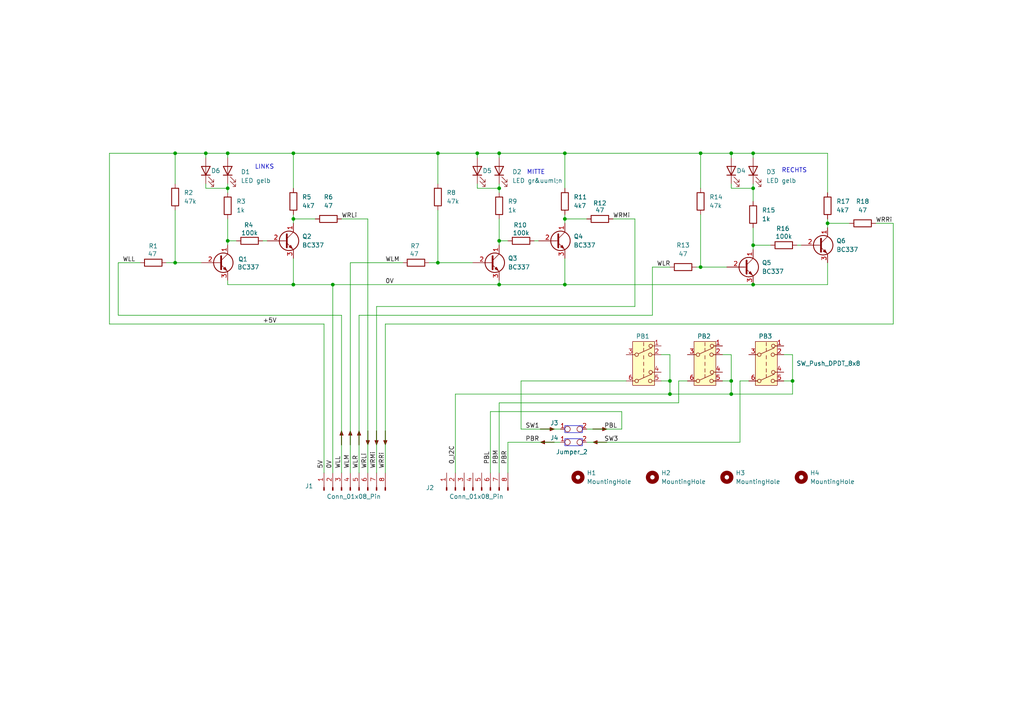
<source format=kicad_sch>
(kicad_sch (version 20231120) (generator "eeschema") (generator_version "8.0")
  (paper "A4")
  (title_block (date "2025-03-03"))
  (lib_symbols
    (symbol "Connector:Conn_01x08_Pin" (pin_names (offset 1.016) hide)
      (property "Reference" "J" (at 0 10.16 0))
      (property "Value" "Conn_01x08_Pin" (at 0 -12.7 0))
      (symbol "Conn_01x08_Pin_1_1"
        (polyline (pts (xy 1.27 -10.16) (xy 0.8636 -10.16)) (stroke (width 0.1524)))
        (polyline (pts (xy 1.27 -7.62) (xy 0.8636 -7.62)) (stroke (width 0.1524)))
        (polyline (pts (xy 1.27 -5.08) (xy 0.8636 -5.08)) (stroke (width 0.1524)))
        (polyline (pts (xy 1.27 -2.54) (xy 0.8636 -2.54)) (stroke (width 0.1524)))
        (polyline (pts (xy 1.27 0) (xy 0.8636 0)) (stroke (width 0.1524)))
        (polyline (pts (xy 1.27 2.54) (xy 0.8636 2.54)) (stroke (width 0.1524)))
        (polyline (pts (xy 1.27 5.08) (xy 0.8636 5.08)) (stroke (width 0.1524)))
        (polyline (pts (xy 1.27 7.62) (xy 0.8636 7.62)) (stroke (width 0.1524)))
        (rectangle (start 0.8636 -10.033) (end 0 -10.287) (stroke (width 0.1524)) (fill (type outline)))
        (rectangle (start 0.8636 -7.493) (end 0 -7.747) (stroke (width 0.1524)) (fill (type outline)))
        (rectangle (start 0.8636 -4.953) (end 0 -5.207) (stroke (width 0.1524)) (fill (type outline)))
        (rectangle (start 0.8636 -2.413) (end 0 -2.667) (stroke (width 0.1524)) (fill (type outline)))
        (rectangle (start 0.8636 0.127) (end 0 -0.127) (stroke (width 0.1524)) (fill (type outline)))
        (rectangle (start 0.8636 2.667) (end 0 2.413) (stroke (width 0.1524)) (fill (type outline)))
        (rectangle (start 0.8636 5.207) (end 0 4.953) (stroke (width 0.1524)) (fill (type outline)))
        (rectangle (start 0.8636 7.747) (end 0 7.493) (stroke (width 0.1524)) (fill (type outline)))
        (pin passive line (at 5.08 7.62 180) (length 3.81) (name "Pin_1") (number "1"))
        (pin passive line (at 5.08 5.08 180) (length 3.81) (name "Pin_2") (number "2"))
        (pin passive line (at 5.08 2.54 180) (length 3.81) (name "Pin_3") (number "3"))
        (pin passive line (at 5.08 0 180) (length 3.81) (name "Pin_4") (number "4"))
        (pin passive line (at 5.08 -2.54 180) (length 3.81) (name "Pin_5") (number "5"))
        (pin passive line (at 5.08 -5.08 180) (length 3.81) (name "Pin_6") (number "6"))
        (pin passive line (at 5.08 -7.62 180) (length 3.81) (name "Pin_7") (number "7"))
        (pin passive line (at 5.08 -10.16 180) (length 3.81) (name "Pin_8") (number "8"))
      )
    )
    (symbol "Device:LED" (pin_numbers hide) (pin_names (offset 1.016) hide)
      (property "Reference" "D" (at 0 2.54 0))
      (property "Value" "LED" (at 0 -2.54 0))
      (symbol "LED_0_1"
        (polyline (pts (xy -1.27 -1.27) (xy -1.27 1.27)) (stroke (width 0.254)))
        (polyline (pts (xy -1.27 0) (xy 1.27 0)))
        (polyline (pts (xy 1.27 -1.27) (xy 1.27 1.27) (xy -1.27 0) (xy 1.27 -1.27)) (stroke (width 0.254)))
        (polyline (pts (xy -3.048 -0.762) (xy -4.572 -2.286) (xy -3.81 -2.286) (xy -4.572 -2.286) (xy -4.572 -1.524)))
        (polyline (pts (xy -1.778 -0.762) (xy -3.302 -2.286) (xy -2.54 -2.286) (xy -3.302 -2.286) (xy -3.302 -1.524)))
      )
      (symbol "LED_1_1"
        (pin passive line (at -3.81 0 0) (length 2.54) (name "K") (number "1"))
        (pin passive line (at 3.81 0 180) (length 2.54) (name "A") (number "2"))
      )
    )
    (symbol "Device:R" (pin_numbers hide) (pin_names (offset 0))
      (property "Reference" "R" (at 2.032 0 90))
      (property "Value" "R" (at 0 0 90))
      (symbol "R_0_1"
        (rectangle (start -1.016 -2.54) (end 1.016 2.54) (stroke (width 0.254)))
      )
      (symbol "R_1_1"
        (pin passive line (at 0 3.81 270) (length 1.27) (name "~") (number "1"))
        (pin passive line (at 0 -3.81 90) (length 1.27) (name "~") (number "2"))
      )
    )
    (symbol "Graphic:SYM_Arrow_Small" (in_bom no) (on_board no)
      (symbol "SYM_Arrow_Small_0_1"
        (polyline (pts (xy 1.524 0) (xy -2.032 0)) (stroke (width 0.254)))
        (polyline (pts (xy 2.032 0) (xy 0.762 -0.508) (xy 0.762 0.508) (xy 2.032 0)) (fill (type outline)))
      )
    )
    (symbol "Transistor_BJT:BC337" (pin_names (offset 0) hide)
      (property "Reference" "Q" (at 5.08 1.905 0))
      (property "Value" "BC337" (at 5.08 0 0))
      (symbol "BC337_0_1"
        (polyline (pts (xy 0 0) (xy 0.635 0)))
        (polyline (pts (xy 0.635 0.635) (xy 2.54 2.54)))
        (polyline (pts (xy 0.635 -0.635) (xy 2.54 -2.54) (xy 2.54 -2.54)))
        (polyline (pts (xy 0.635 1.905) (xy 0.635 -1.905) (xy 0.635 -1.905)) (stroke (width 0.508)))
        (polyline (pts (xy 1.27 -1.778) (xy 1.778 -1.27) (xy 2.286 -2.286) (xy 1.27 -1.778) (xy 1.27 -1.778)) (fill (type outline)))
        (circle (center 1.27 0) (radius 2.8194) (stroke (width 0.254)))
      )
      (symbol "BC337_1_1"
        (pin passive line (at 2.54 5.08 270) (length 2.54) (name "C") (number "1"))
        (pin input line (at -5.08 0 0) (length 5.08) (name "B") (number "2"))
        (pin passive line (at 2.54 -5.08 90) (length 2.54) (name "E") (number "3"))
      )
    )
    (symbol "_kh_library:Jumper_2" (pin_names (offset 1.016) hide)
      (property "Reference" "J" (at 2.54 3.302 0))
      (property "Value" "Jumper_2" (at 3.81 -2.032 0))
      (symbol "Jumper_2_0_1"
        (circle (center 2.032 0) (radius 0.8032))
        (circle (center 5.588 0) (radius 0.8032))
      )
      (symbol "Jumper_2_1_1"
        (pin passive line (at 0 0 0) (length 1.27) (name "Pin_1") (number "1"))
        (pin passive line (at 7.62 0 180) (length 1.27) (name "Pin_2") (number "2"))
      )
    )
    (symbol "_kh_library:MountingHole" (pin_names (offset 1.016)) (exclude_from_sim yes) (in_bom no)
      (property "Reference" "H" (at 0 5.08 0))
      (property "Value" "MountingHole" (at 0 3.175 0))
      (symbol "MountingHole_0_1"
        (circle (center 0 0) (radius 1.27) (stroke (width 1.27)))
      )
    )
    (symbol "_kh_library:SW_Push_DPDT_8x8" (pin_names (offset 0) hide)
      (property "Reference" "SW" (at 0 10.16 0))
      (property "Value" "SW_Push_DPDT_8x8" (at -0.254 -5.08 0))
      (symbol "SW_Push_DPDT_8x8_0_0"
        (circle (center -2.032 -2.54) (radius 0.508))
        (circle (center -2.032 5.08) (radius 0.508))
        (circle (center 1.905 -2.54) (radius 0.508))
        (circle (center 1.905 5.08) (radius 0.508))
      )
      (symbol "SW_Push_DPDT_8x8_0_1"
        (polyline (pts (xy -1.524 -2.286) (xy 2.3368 -0.5588)))
        (polyline (pts (xy -1.524 5.334) (xy 2.3368 7.0612)))
        (polyline (pts (xy 0 -0.635) (xy 0 -1.524)))
        (polyline (pts (xy 0 0) (xy 0 1.016)))
        (polyline (pts (xy 0 1.905) (xy 0 2.921)))
        (polyline (pts (xy 0 6.985) (xy 0 6.096)))
        (circle (center 2.032 0) (radius 0.508))
        (circle (center 2.032 7.62) (radius 0.508))
      )
      (symbol "SW_Push_DPDT_8x8_1_1"
        (rectangle (start -3.175 8.89) (end 3.175 -3.81) (fill (type background)))
        (polyline (pts (xy 0 3.81) (xy 0 4.826)))
        (polyline (pts (xy 0 7.62) (xy 0 8.636)))
        (pin passive line (at 5.08 7.62 180) (length 2.54) (name "A") (number "1"))
        (pin passive line (at 5.08 5.08 180) (length 2.54) (name "B") (number "2"))
        (pin passive line (at -5.08 5.08 0) (length 2.54) (name "C") (number "3"))
        (pin passive line (at 5.08 0 180) (length 2.54) (name "A") (number "4"))
        (pin passive line (at 5.08 -2.54 180) (length 2.54) (name "B") (number "5"))
        (pin passive line (at -5.08 -2.54 0) (length 2.54) (name "C") (number "6"))
      )
    )
  )
  (junction (at 85.09 82.55))
  (junction (at 66.04 69.85))
  (junction (at 85.09 63.5))
  (junction (at 85.09 44.45))
  (junction (at 212.09 114.3))
  (junction (at 218.44 82.55))
  (junction (at 50.8 44.45))
  (junction (at 240.03 64.77))
  (junction (at 218.44 54.61))
  (junction (at 229.87 110.49))
  (junction (at 203.2 77.47))
  (junction (at 66.04 44.45))
  (junction (at 144.78 54.61))
  (junction (at 144.78 44.45))
  (junction (at 163.83 44.45))
  (junction (at 203.2 44.45))
  (junction (at 194.31 114.3))
  (junction (at 163.83 82.55))
  (junction (at 212.09 44.45))
  (junction (at 127 76.2))
  (junction (at 50.8 76.2))
  (junction (at 127 44.45))
  (junction (at 96.52 82.55))
  (junction (at 66.04 54.61))
  (junction (at 218.44 44.45))
  (junction (at 212.09 110.49))
  (junction (at 59.69 44.45))
  (junction (at 194.31 110.49))
  (junction (at 163.83 63.5))
  (junction (at 218.44 71.12))
  (junction (at 138.43 44.45))
  (junction (at 144.78 82.55))
  (junction (at 144.78 69.85))
  (wire (pts (xy 214.63 128.27) (xy 170.18 128.27)))
  (wire (pts (xy 99.06 137.16) (xy 99.06 91.44)))
  (wire (pts (xy 170.18 124.46) (xy 180.34 124.46)))
  (wire (pts (xy 66.04 82.55) (xy 85.09 82.55)))
  (wire (pts (xy 93.98 137.16) (xy 93.98 93.98)))
  (wire (pts (xy 34.29 91.44) (xy 34.29 76.2)))
  (wire (pts (xy 203.2 77.47) (xy 210.82 77.47)))
  (wire (pts (xy 147.32 128.27) (xy 147.32 137.16)))
  (wire (pts (xy 180.34 124.46) (xy 180.34 119.38)))
  (wire (pts (xy 144.78 82.55) (xy 163.83 82.55)))
  (wire (pts (xy 163.83 63.5) (xy 170.18 63.5)))
  (wire (pts (xy 138.43 44.45) (xy 144.78 44.45)))
  (wire (pts (xy 191.77 110.49) (xy 194.31 110.49)))
  (wire (pts (xy 127 60.96) (xy 127 76.2)))
  (wire (pts (xy 189.23 77.47) (xy 194.31 77.47)))
  (wire (pts (xy 163.83 44.45) (xy 163.83 54.61)))
  (wire (pts (xy 144.78 54.61) (xy 144.78 55.88)))
  (wire (pts (xy 184.15 88.9) (xy 109.22 88.9)))
  (wire (pts (xy 59.69 44.45) (xy 59.69 45.72)))
  (wire (pts (xy 214.63 110.49) (xy 214.63 128.27)))
  (wire (pts (xy 212.09 102.87) (xy 209.55 102.87)))
  (wire (pts (xy 194.31 102.87) (xy 191.77 102.87)))
  (wire (pts (xy 163.83 63.5) (xy 163.83 64.77)))
  (wire (pts (xy 50.8 76.2) (xy 58.42 76.2)))
  (wire (pts (xy 66.04 54.61) (xy 66.04 55.88)))
  (wire (pts (xy 196.85 110.49) (xy 196.85 116.84)))
  (wire (pts (xy 66.04 44.45) (xy 85.09 44.45)))
  (wire (pts (xy 209.55 110.49) (xy 212.09 110.49)))
  (wire (pts (xy 142.24 119.38) (xy 142.24 137.16)))
  (wire (pts (xy 154.94 69.85) (xy 156.21 69.85)))
  (wire (pts (xy 31.75 44.45) (xy 50.8 44.45)))
  (wire (pts (xy 85.09 63.5) (xy 85.09 64.77)))
  (wire (pts (xy 144.78 63.5) (xy 144.78 69.85)))
  (wire (pts (xy 66.04 82.55) (xy 66.04 81.28)))
  (wire (pts (xy 184.15 63.5) (xy 184.15 88.9)))
  (wire (pts (xy 85.09 63.5) (xy 91.44 63.5)))
  (wire (pts (xy 85.09 82.55) (xy 96.52 82.55)))
  (wire (pts (xy 229.87 110.49) (xy 229.87 114.3)))
  (wire (pts (xy 59.69 53.34) (xy 59.69 54.61)))
  (wire (pts (xy 151.13 124.46) (xy 162.56 124.46)))
  (wire (pts (xy 85.09 62.23) (xy 85.09 63.5)))
  (wire (pts (xy 144.78 69.85) (xy 147.32 69.85)))
  (wire (pts (xy 212.09 44.45) (xy 212.09 45.72)))
  (wire (pts (xy 132.08 114.3) (xy 194.31 114.3)))
  (wire (pts (xy 240.03 64.77) (xy 246.38 64.77)))
  (wire (pts (xy 194.31 102.87) (xy 194.31 110.49)))
  (wire (pts (xy 96.52 82.55) (xy 144.78 82.55)))
  (wire (pts (xy 212.09 53.34) (xy 212.09 54.61)))
  (wire (pts (xy 127 44.45) (xy 138.43 44.45)))
  (wire (pts (xy 212.09 54.61) (xy 218.44 54.61)))
  (wire (pts (xy 189.23 91.44) (xy 104.14 91.44)))
  (wire (pts (xy 194.31 114.3) (xy 212.09 114.3)))
  (wire (pts (xy 76.2 69.85) (xy 77.47 69.85)))
  (wire (pts (xy 259.08 64.77) (xy 259.08 93.98)))
  (wire (pts (xy 50.8 44.45) (xy 59.69 44.45)))
  (wire (pts (xy 96.52 82.55) (xy 96.52 137.16)))
  (wire (pts (xy 111.76 93.98) (xy 259.08 93.98)))
  (wire (pts (xy 240.03 64.77) (xy 240.03 66.04)))
  (wire (pts (xy 147.32 128.27) (xy 162.56 128.27)))
  (wire (pts (xy 31.75 93.98) (xy 31.75 44.45)))
  (wire (pts (xy 212.09 44.45) (xy 218.44 44.45)))
  (wire (pts (xy 229.87 102.87) (xy 227.33 102.87)))
  (wire (pts (xy 106.68 63.5) (xy 106.68 137.16)))
  (wire (pts (xy 163.83 44.45) (xy 203.2 44.45)))
  (wire (pts (xy 111.76 93.98) (xy 111.76 137.16)))
  (wire (pts (xy 132.08 137.16) (xy 132.08 114.3)))
  (wire (pts (xy 104.14 91.44) (xy 104.14 137.16)))
  (wire (pts (xy 99.06 63.5) (xy 106.68 63.5)))
  (wire (pts (xy 66.04 69.85) (xy 66.04 71.12)))
  (wire (pts (xy 212.09 110.49) (xy 212.09 102.87)))
  (wire (pts (xy 194.31 110.49) (xy 194.31 114.3)))
  (wire (pts (xy 181.61 110.49) (xy 151.13 110.49)))
  (wire (pts (xy 229.87 110.49) (xy 229.87 102.87)))
  (wire (pts (xy 218.44 53.34) (xy 218.44 54.61)))
  (wire (pts (xy 144.78 44.45) (xy 163.83 44.45)))
  (wire (pts (xy 203.2 44.45) (xy 212.09 44.45)))
  (wire (pts (xy 124.46 76.2) (xy 127 76.2)))
  (wire (pts (xy 109.22 88.9) (xy 109.22 137.16)))
  (wire (pts (xy 85.09 44.45) (xy 127 44.45)))
  (wire (pts (xy 50.8 44.45) (xy 50.8 53.34)))
  (wire (pts (xy 144.78 116.84) (xy 196.85 116.84)))
  (wire (pts (xy 48.26 76.2) (xy 50.8 76.2)))
  (wire (pts (xy 101.6 76.2) (xy 101.6 137.16)))
  (wire (pts (xy 217.17 110.49) (xy 214.63 110.49)))
  (wire (pts (xy 99.06 91.44) (xy 34.29 91.44)))
  (wire (pts (xy 151.13 110.49) (xy 151.13 124.46)))
  (wire (pts (xy 34.29 76.2) (xy 40.64 76.2)))
  (wire (pts (xy 203.2 62.23) (xy 203.2 77.47)))
  (wire (pts (xy 201.93 77.47) (xy 203.2 77.47)))
  (wire (pts (xy 218.44 71.12) (xy 218.44 72.39)))
  (wire (pts (xy 240.03 76.2) (xy 240.03 82.55)))
  (wire (pts (xy 212.09 110.49) (xy 212.09 114.3)))
  (wire (pts (xy 231.14 71.12) (xy 232.41 71.12)))
  (wire (pts (xy 254 64.77) (xy 259.08 64.77)))
  (wire (pts (xy 144.78 53.34) (xy 144.78 54.61)))
  (wire (pts (xy 138.43 53.34) (xy 138.43 54.61)))
  (wire (pts (xy 218.44 44.45) (xy 218.44 45.72)))
  (wire (pts (xy 138.43 44.45) (xy 138.43 45.72)))
  (wire (pts (xy 189.23 77.47) (xy 189.23 91.44)))
  (wire (pts (xy 240.03 55.88) (xy 240.03 44.45)))
  (wire (pts (xy 138.43 54.61) (xy 144.78 54.61)))
  (wire (pts (xy 101.6 76.2) (xy 116.84 76.2)))
  (wire (pts (xy 85.09 74.93) (xy 85.09 82.55)))
  (wire (pts (xy 144.78 69.85) (xy 144.78 71.12)))
  (wire (pts (xy 180.34 119.38) (xy 142.24 119.38)))
  (wire (pts (xy 218.44 71.12) (xy 223.52 71.12)))
  (wire (pts (xy 66.04 53.34) (xy 66.04 54.61)))
  (wire (pts (xy 218.44 66.04) (xy 218.44 71.12)))
  (wire (pts (xy 203.2 44.45) (xy 203.2 54.61)))
  (wire (pts (xy 93.98 93.98) (xy 31.75 93.98)))
  (wire (pts (xy 59.69 44.45) (xy 66.04 44.45)))
  (wire (pts (xy 163.83 82.55) (xy 218.44 82.55)))
  (wire (pts (xy 240.03 63.5) (xy 240.03 64.77)))
  (wire (pts (xy 177.8 63.5) (xy 184.15 63.5)))
  (wire (pts (xy 144.78 82.55) (xy 144.78 81.28)))
  (wire (pts (xy 144.78 45.72) (xy 144.78 44.45)))
  (wire (pts (xy 66.04 45.72) (xy 66.04 44.45)))
  (wire (pts (xy 199.39 110.49) (xy 196.85 110.49)))
  (wire (pts (xy 212.09 114.3) (xy 229.87 114.3)))
  (wire (pts (xy 218.44 44.45) (xy 240.03 44.45)))
  (wire (pts (xy 59.69 54.61) (xy 66.04 54.61)))
  (wire (pts (xy 218.44 54.61) (xy 218.44 58.42)))
  (wire (pts (xy 227.33 110.49) (xy 229.87 110.49)))
  (wire (pts (xy 50.8 60.96) (xy 50.8 76.2)))
  (wire (pts (xy 127 76.2) (xy 137.16 76.2)))
  (wire (pts (xy 163.83 62.23) (xy 163.83 63.5)))
  (wire (pts (xy 144.78 116.84) (xy 144.78 137.16)))
  (wire (pts (xy 163.83 74.93) (xy 163.83 82.55)))
  (wire (pts (xy 66.04 69.85) (xy 68.58 69.85)))
  (wire (pts (xy 66.04 63.5) (xy 66.04 69.85)))
  (wire (pts (xy 218.44 82.55) (xy 240.03 82.55)))
  (wire (pts (xy 127 44.45) (xy 127 53.34)))
  (wire (pts (xy 85.09 44.45) (xy 85.09 54.61)))
  (rectangle (start 163.83 127.254) (end 168.91 129.286))
  (rectangle (start 163.83 123.444) (end 168.91 125.476))
  (text "RECHTS" (at 230.378 49.53 0) (effects (font (size 1.27 1.27))))
  (text "MITTE" (at 155.448 50.038 0) (effects (font (size 1.27 1.27))))
  (text "LINKS" (at 76.708 48.514 0) (effects (font (size 1.27 1.27))))
  (label "SW3" (at 175.26 128.27 0))
  (label "WLM" (at 111.76 76.2 0))
  (label "PBL" (at 142.24 134.62 90))
  (label "WLL" (at 35.56 76.2 0))
  (label "WRMi" (at 109.22 135.89 90))
  (label "WLR" (at 190.5 77.47 0))
  (label "5V" (at 93.98 135.89 90))
  (label "WRRi" (at 254 64.77 0))
  (label "WLM" (at 101.6 135.89 90))
  (label "PBL" (at 175.26 124.46 0))
  (label "WRLi" (at 106.68 135.89 90))
  (label "WRLi" (at 99.06 63.5 0))
  (label "WRRi" (at 111.76 135.89 90))
  (label "PBR" (at 147.32 134.62 90))
  (label "SW1" (at 152.4 124.46 0))
  (label "WLL" (at 99.06 135.89 90))
  (label "+5V" (at 76.2 93.98 0))
  (label "PBR" (at 152.4 128.27 0))
  (label "WLR" (at 104.14 135.89 90))
  (label "0_I2C" (at 132.08 134.62 90))
  (label "0V" (at 111.76 82.55 0))
  (label "PBM" (at 144.78 134.62 90))
  (label "WRMi" (at 177.8 63.5 0))
  (label "0V" (at 96.52 135.89 90))
  (symbol (lib_id "Device:R") (at 250.19 64.77 90) (unit 1)
    (property "Reference" "R18" (at 250.19 58.42 90))
    (property "Value" "47" (at 250.19 60.96 90))
    (property "Footprint" "Resistor_THT:R_Axial_DIN0204_L3.6mm_D1.6mm_P2.54mm_Vertical" (effects (hide yes)))
  )
  (symbol (lib_id "_kh_library:SW_Push_DPDT_8x8") (at 204.47 107.95 0) (unit 1)
    (property "Reference" "PB2" (at 204.216 97.536 0))
    (property "Value" "SW_Push_DPDT_8x8" (at 240.284 105.41 0))
    (property "Footprint" "_kh_library:SW_Push_DPDT_8x8" (effects (hide yes)))
    (property "Description" "Taster_2xUM" (effects (hide yes)))
  )
  (symbol (lib_id "Device:R") (at 66.04 59.69 0) (unit 1)
    (property "Reference" "R3" (at 68.58 58.42 0) (effects (justify left)))
    (property "Value" "1k" (at 68.58 60.96 0) (effects (justify left)))
    (property "Footprint" "Resistor_THT:R_Axial_DIN0204_L3.6mm_D1.6mm_P2.54mm_Vertical" (effects (hide yes)))
  )
  (symbol (lib_id "Graphic:SYM_Arrow_Small") (at 106.68 127 270) (unit 1) (exclude_from_sim yes) (in_bom no) (on_board no)
    (property "Reference" "#SYM1" (effects (hide yes)))
    (property "Value" "SYM_Arrow_Small" (effects (hide yes)))
    (property "Description" "Filled arrow, 160mil" (effects (hide yes)))
  )
  (symbol (lib_id "Device:R") (at 72.39 69.85 90) (unit 1)
    (property "Reference" "R4" (at 72.136 65.278 90))
    (property "Value" "100k" (at 72.39 67.564 90))
    (property "Footprint" "Resistor_THT:R_Axial_DIN0204_L3.6mm_D1.6mm_P2.54mm_Vertical" (effects (hide yes)))
  )
  (symbol (lib_id "Device:LED") (at 66.04 49.53 90) (unit 1)
    (property "Reference" "D1" (at 69.85 49.8474 90) (effects (justify right)))
    (property "Value" "LED gelb" (at 69.85 52.3874 90) (effects (justify right)))
    (property "Footprint" "_kh_library:LED_D3.0mm_kh" (effects (hide yes)))
  )
  (symbol (lib_id "Device:R") (at 151.13 69.85 90) (unit 1)
    (property "Reference" "R10" (at 150.876 65.278 90))
    (property "Value" "100k" (at 151.13 67.564 90))
    (property "Footprint" "_kh_library:R_Axial_DIN0204_L3.6mm_D1.6mm_P2.54mm_Vertical_kh" (effects (hide yes)))
  )
  (symbol (lib_id "Graphic:SYM_Arrow_Small") (at 173.99 124.46 0) (unit 1) (exclude_from_sim yes) (in_bom no) (on_board no)
    (property "Reference" "#SYM10" (effects (hide yes)))
    (property "Value" "SYM_Arrow_Small" (effects (hide yes)))
    (property "Description" "Filled arrow, 160mil" (effects (hide yes)))
  )
  (symbol (lib_id "Device:LED") (at 144.78 49.53 90) (unit 1)
    (property "Reference" "D2" (at 148.59 49.8474 90) (effects (justify right)))
    (property "Value" "LED gr&uuml;n" (at 148.59 52.3874 90) (effects (justify right)))
    (property "Footprint" "_kh_library:LED_D3.0mm_kh" (effects (hide yes)))
  )
  (symbol (lib_id "Device:R") (at 144.78 59.69 0) (unit 1)
    (property "Reference" "R9" (at 147.32 58.4199 0) (effects (justify left)))
    (property "Value" "1k" (at 147.32 60.9599 0) (effects (justify left)))
    (property "Footprint" "Resistor_THT:R_Axial_DIN0204_L3.6mm_D1.6mm_P2.54mm_Vertical" (effects (hide yes)))
  )
  (symbol (lib_id "Device:R") (at 163.83 58.42 0) (unit 1)
    (property "Reference" "R11" (at 166.37 57.1499 0) (effects (justify left)))
    (property "Value" "4k7" (at 166.37 59.6899 0) (effects (justify left)))
    (property "Footprint" "Resistor_THT:R_Axial_DIN0204_L3.6mm_D1.6mm_P2.54mm_Vertical" (effects (hide yes)))
  )
  (symbol (lib_id "Device:R") (at 50.8 57.15 180) (unit 1)
    (property "Reference" "R2" (at 53.34 55.88 0) (effects (justify right)))
    (property "Value" "47k" (at 53.34 58.42 0) (effects (justify right)))
    (property "Footprint" "Resistor_THT:R_Axial_DIN0204_L3.6mm_D1.6mm_P2.54mm_Vertical" (effects (hide yes)))
  )
  (symbol (lib_id "Graphic:SYM_Arrow_Small") (at 104.14 127 90) (unit 1) (exclude_from_sim yes) (in_bom no) (on_board no)
    (property "Reference" "#SYM6" (effects (hide yes)))
    (property "Value" "SYM_Arrow_Small" (effects (hide yes)))
    (property "Description" "Filled arrow, 160mil" (effects (hide yes)))
  )
  (symbol (lib_id "Device:R") (at 44.45 76.2 270) (unit 1)
    (property "Reference" "R1" (at 44.45 71.374 90))
    (property "Value" "47" (at 44.196 73.66 90))
    (property "Footprint" "_kh_library:R_Axial_DIN0204_L3.6mm_D1.6mm_P3.81mm_Vertical_kh" (effects (hide yes)))
  )
  (symbol (lib_id "_kh_library:Jumper_2") (at 162.56 128.27 0) (unit 1)
    (property "Reference" "J4" (at 160.782 127 0))
    (property "Value" "Jumper_2" (at 165.862 131.064 0))
    (property "Footprint" "_kh_library:PinSocket_1x02_P2.54mm_Vertical_kh" (effects (hide yes)))
    (property "Description" "Jumper_2" (effects (hide yes)))
  )
  (symbol (lib_id "Device:R") (at 198.12 77.47 270) (unit 1)
    (property "Reference" "R13" (at 198.12 71.12 90))
    (property "Value" "47" (at 198.12 73.66 90))
    (property "Footprint" "Resistor_THT:R_Axial_DIN0204_L3.6mm_D1.6mm_P2.54mm_Vertical" (effects (hide yes)))
  )
  (symbol (lib_id "_kh_library:MountingHole") (at 167.64 138.43 0) (unit 1) (exclude_from_sim yes) (in_bom no)
    (property "Reference" "H1" (at 170.18 137.1599 0) (effects (justify left)))
    (property "Value" "MountingHole" (at 170.18 139.6999 0) (effects (justify left)))
    (property "Footprint" "_kh_library:MountingHole_2.2mm_M2_Pad_TopBottom_kh" (effects (hide yes)))
    (property "Description" "Mounting Hole without connection" (effects (hide yes)))
  )
  (symbol (lib_id "Device:R") (at 95.25 63.5 90) (unit 1)
    (property "Reference" "R6" (at 95.25 57.15 90))
    (property "Value" "47" (at 95.25 59.69 90))
    (property "Footprint" "Resistor_THT:R_Axial_DIN0204_L3.6mm_D1.6mm_P2.54mm_Vertical" (effects (hide yes)))
  )
  (symbol (lib_id "Device:R") (at 218.44 62.23 0) (unit 1)
    (property "Reference" "R15" (at 220.98 60.9599 0) (effects (justify left)))
    (property "Value" "1k" (at 220.98 63.4999 0) (effects (justify left)))
    (property "Footprint" "Resistor_THT:R_Axial_DIN0204_L3.6mm_D1.6mm_P2.54mm_Vertical" (effects (hide yes)))
  )
  (symbol (lib_id "_kh_library:SW_Push_DPDT_8x8") (at 222.25 107.95 0) (unit 1)
    (property "Reference" "PB3" (at 221.996 97.536 0))
    (property "Value" "SW_Push_DPDT_8x8" (effects (hide yes)))
    (property "Footprint" "_kh_library:SW_Push_DPDT_8x8" (effects (hide yes)))
    (property "Description" "Taster_2xUM" (effects (hide yes)))
  )
  (symbol (lib_id "Device:LED") (at 138.43 49.53 90) (unit 1)
    (property "Reference" "D5" (at 139.954 49.53 90) (effects (justify right)))
    (property "Value" "LED gr&uuml;n" (effects (hide yes)))
    (property "Footprint" "_kh_library:LED_D3.0mm_kh" (effects (hide yes)))
  )
  (symbol (lib_id "Device:LED") (at 218.44 49.53 90) (unit 1)
    (property "Reference" "D3" (at 222.25 49.8474 90) (effects (justify right)))
    (property "Value" "LED gelb" (at 222.25 52.3874 90) (effects (justify right)))
    (property "Footprint" "_kh_library:LED_D3.0mm_kh" (effects (hide yes)))
  )
  (symbol (lib_id "Device:R") (at 227.33 71.12 90) (unit 1)
    (property "Reference" "R16" (at 227.076 66.294 90))
    (property "Value" "100k" (at 227.33 68.58 90))
    (property "Footprint" "_kh_library:R_Axial_DIN0204_L3.6mm_D1.6mm_P3.81mm_Vertical_kh" (effects (hide yes)))
  )
  (symbol (lib_id "Transistor_BJT:BC337") (at 63.5 76.2 0) (unit 1)
    (property "Reference" "Q1" (at 69.088 75.184 0) (effects (justify left)))
    (property "Value" "BC337" (at 68.834 77.47 0) (effects (justify left)))
    (property "Footprint" "_kh_library:TO-92_Inline_Wide_custom" (effects (hide yes)))
    (property "Datasheet" "https://diotec.com/tl_files/diotec/files/pdf/datasheets/bc337.pdf" (effects (hide yes)))
  )
  (symbol (lib_id "Graphic:SYM_Arrow_Small") (at 173.99 128.27 180) (unit 1) (exclude_from_sim yes) (in_bom no) (on_board no)
    (property "Reference" "#SYM7" (effects (hide yes)))
    (property "Value" "SYM_Arrow_Small" (effects (hide yes)))
    (property "Description" "Filled arrow, 160mil" (effects (hide yes)))
  )
  (symbol (lib_id "_kh_library:Jumper_2") (at 162.56 124.46 0) (unit 1)
    (property "Reference" "J3" (at 160.782 122.682 0))
    (property "Value" "Jumper_2" (effects (hide yes)))
    (property "Footprint" "_kh_library:PinSocket_1x02_P2.54mm_Vertical_kh" (effects (hide yes)))
    (property "Description" "Jumper_2" (effects (hide yes)))
  )
  (symbol (lib_id "Transistor_BJT:BC337") (at 161.29 69.85 0) (unit 1)
    (property "Reference" "Q4" (at 166.37 68.5799 0) (effects (justify left)))
    (property "Value" "BC337" (at 166.37 71.1199 0) (effects (justify left)))
    (property "Footprint" "_kh_library:TO-92_Inline_Wide_custom" (effects (hide yes)))
    (property "Datasheet" "https://diotec.com/tl_files/diotec/files/pdf/datasheets/bc337.pdf" (effects (hide yes)))
  )
  (symbol (lib_id "Device:R") (at 240.03 59.69 0) (unit 1)
    (property "Reference" "R17" (at 242.57 58.4199 0) (effects (justify left)))
    (property "Value" "4k7" (at 242.57 60.9599 0) (effects (justify left)))
    (property "Footprint" "Resistor_THT:R_Axial_DIN0204_L3.6mm_D1.6mm_P2.54mm_Vertical" (effects (hide yes)))
  )
  (symbol (lib_id "Device:R") (at 203.2 58.42 180) (unit 1)
    (property "Reference" "R14" (at 205.74 57.1499 0) (effects (justify right)))
    (property "Value" "47k" (at 205.74 59.6899 0) (effects (justify right)))
    (property "Footprint" "Resistor_THT:R_Axial_DIN0204_L3.6mm_D1.6mm_P2.54mm_Vertical" (effects (hide yes)))
  )
  (symbol (lib_id "Graphic:SYM_Arrow_Small") (at 111.76 127 270) (unit 1) (exclude_from_sim yes) (in_bom no) (on_board no)
    (property "Reference" "#SYM3" (effects (hide yes)))
    (property "Value" "SYM_Arrow_Small" (effects (hide yes)))
    (property "Description" "Filled arrow, 160mil" (effects (hide yes)))
  )
  (symbol (lib_id "Transistor_BJT:BC337") (at 237.49 71.12 0) (unit 1)
    (property "Reference" "Q6" (at 242.57 69.8499 0) (effects (justify left)))
    (property "Value" "BC337" (at 242.57 72.3899 0) (effects (justify left)))
    (property "Footprint" "_kh_library:TO-92_Inline_Wide_custom" (effects (hide yes)))
    (property "Datasheet" "https://diotec.com/tl_files/diotec/files/pdf/datasheets/bc337.pdf" (effects (hide yes)))
  )
  (symbol (lib_id "_kh_library:MountingHole") (at 210.82 138.43 0) (unit 1) (exclude_from_sim yes) (in_bom no)
    (property "Reference" "H3" (at 213.36 137.1599 0) (effects (justify left)))
    (property "Value" "MountingHole" (at 213.36 139.6999 0) (effects (justify left)))
    (property "Footprint" "_kh_library:MountingHole_2.2mm_M2_Pad_TopBottom_kh" (effects (hide yes)))
    (property "Description" "Mounting Hole without connection" (effects (hide yes)))
  )
  (symbol (lib_id "_kh_library:MountingHole") (at 189.23 138.43 0) (unit 1) (exclude_from_sim yes) (in_bom no)
    (property "Reference" "H2" (at 191.77 137.1599 0) (effects (justify left)))
    (property "Value" "MountingHole" (at 191.77 139.6999 0) (effects (justify left)))
    (property "Footprint" "_kh_library:MountingHole_2.2mm_M2_Pad_TopBottom_kh" (effects (hide yes)))
    (property "Description" "Mounting Hole without connection" (effects (hide yes)))
  )
  (symbol (lib_id "_kh_library:MountingHole") (at 232.41 138.43 0) (unit 1) (exclude_from_sim yes) (in_bom no)
    (property "Reference" "H4" (at 234.95 137.1599 0) (effects (justify left)))
    (property "Value" "MountingHole" (at 234.95 139.6999 0) (effects (justify left)))
    (property "Footprint" "_kh_library:MountingHole_2.2mm_M2_Pad_TopBottom_kh" (effects (hide yes)))
    (property "Description" "Mounting Hole without connection" (effects (hide yes)))
  )
  (symbol (lib_id "Transistor_BJT:BC337") (at 142.24 76.2 0) (unit 1)
    (property "Reference" "Q3" (at 147.32 74.93 0) (effects (justify left)))
    (property "Value" "BC337" (at 147.32 77.47 0) (effects (justify left)))
    (property "Footprint" "_kh_library:TO-92_Inline_Wide_custom" (effects (hide yes)))
    (property "Datasheet" "https://diotec.com/tl_files/diotec/files/pdf/datasheets/bc337.pdf" (effects (hide yes)))
  )
  (symbol (lib_id "Connector:Conn_01x08_Pin") (at 137.16 142.24 90) (unit 1)
    (property "Reference" "J2" (at 124.714 141.478 90))
    (property "Value" "Conn_01x08_Pin" (at 138.176 144.018 90))
    (property "Footprint" "_kh_library:PinSocket_1x08_P2.54mm_Vertical_11mm_kh" (effects (hide yes)))
    (property "Description" "Generic connector, single row, 01x08, script generated" (effects (hide yes)))
  )
  (symbol (lib_id "Graphic:SYM_Arrow_Small") (at 158.75 128.27 180) (unit 1) (exclude_from_sim yes) (in_bom no) (on_board no)
    (property "Reference" "#SYM9" (effects (hide yes)))
    (property "Value" "SYM_Arrow_Small" (effects (hide yes)))
    (property "Description" "Filled arrow, 160mil" (effects (hide yes)))
  )
  (symbol (lib_id "Graphic:SYM_Arrow_Small") (at 109.22 127 270) (unit 1) (exclude_from_sim yes) (in_bom no) (on_board no)
    (property "Reference" "#SYM2" (effects (hide yes)))
    (property "Value" "SYM_Arrow_Small" (effects (hide yes)))
    (property "Description" "Filled arrow, 160mil" (effects (hide yes)))
  )
  (symbol (lib_id "Transistor_BJT:BC337") (at 215.9 77.47 0) (unit 1)
    (property "Reference" "Q5" (at 220.98 76.1999 0) (effects (justify left)))
    (property "Value" "BC337" (at 220.98 78.7399 0) (effects (justify left)))
    (property "Footprint" "_kh_library:TO-92_Inline_Wide_custom" (effects (hide yes)))
    (property "Datasheet" "https://diotec.com/tl_files/diotec/files/pdf/datasheets/bc337.pdf" (effects (hide yes)))
  )
  (symbol (lib_id "Device:LED") (at 59.69 49.53 90) (unit 1)
    (property "Reference" "D6" (at 61.214 49.53 90) (effects (justify right)))
    (property "Value" "LED gelb" (effects (hide yes)))
    (property "Footprint" "_kh_library:LED_D3.0mm_kh" (effects (hide yes)))
  )
  (symbol (lib_id "Graphic:SYM_Arrow_Small") (at 158.75 124.46 0) (unit 1) (exclude_from_sim yes) (in_bom no) (on_board no)
    (property "Reference" "#SYM8" (effects (hide yes)))
    (property "Value" "SYM_Arrow_Small" (effects (hide yes)))
    (property "Description" "Filled arrow, 160mil" (effects (hide yes)))
  )
  (symbol (lib_id "Device:R") (at 173.99 63.5 90) (unit 1)
    (property "Reference" "R12" (at 173.99 58.928 90))
    (property "Value" "47" (at 173.99 60.96 90))
    (property "Footprint" "_kh_library:R_Axial_DIN0204_L3.6mm_D1.6mm_P3.81mm_Vertical_kh" (effects (hide yes)))
  )
  (symbol (lib_id "Device:R") (at 120.65 76.2 270) (unit 1)
    (property "Reference" "R7" (at 120.396 71.374 90))
    (property "Value" "47" (at 120.142 73.66 90))
    (property "Footprint" "_kh_library:R_Axial_DIN0204_L3.6mm_D1.6mm_P2.54mm_Vertical_kh" (effects (hide yes)))
  )
  (symbol (lib_id "Transistor_BJT:BC337") (at 82.55 69.85 0) (unit 1)
    (property "Reference" "Q2" (at 87.63 68.58 0) (effects (justify left)))
    (property "Value" "BC337" (at 87.63 71.12 0) (effects (justify left)))
    (property "Footprint" "_kh_library:TO-92_Inline_Wide_custom" (effects (hide yes)))
    (property "Datasheet" "https://diotec.com/tl_files/diotec/files/pdf/datasheets/bc337.pdf" (effects (hide yes)))
  )
  (symbol (lib_id "Graphic:SYM_Arrow_Small") (at 99.06 127 90) (unit 1) (exclude_from_sim yes) (in_bom no) (on_board no)
    (property "Reference" "#SYM4" (effects (hide yes)))
    (property "Value" "SYM_Arrow_Small" (effects (hide yes)))
    (property "Description" "Filled arrow, 160mil" (effects (hide yes)))
  )
  (symbol (lib_id "_kh_library:SW_Push_DPDT_8x8") (at 186.69 107.95 0) (unit 1)
    (property "Reference" "PB1" (at 186.436 97.536 0))
    (property "Value" "SW_Push_DPDT_8x8" (effects (hide yes)))
    (property "Footprint" "_kh_library:SW_Push_DPDT_8x8" (effects (hide yes)))
    (property "Description" "Taster_2xUM" (effects (hide yes)))
  )
  (symbol (lib_id "Device:R") (at 85.09 58.42 0) (unit 1)
    (property "Reference" "R5" (at 87.63 57.15 0) (effects (justify left)))
    (property "Value" "4k7" (at 87.63 59.69 0) (effects (justify left)))
    (property "Footprint" "Resistor_THT:R_Axial_DIN0204_L3.6mm_D1.6mm_P2.54mm_Vertical" (effects (hide yes)))
  )
  (symbol (lib_id "Device:LED") (at 212.09 49.53 90) (unit 1)
    (property "Reference" "D4" (at 213.614 49.53 90) (effects (justify right)))
    (property "Value" "LED gelb" (effects (hide yes)))
    (property "Footprint" "_kh_library:LED_D3.0mm_kh" (effects (hide yes)))
  )
  (symbol (lib_id "Device:R") (at 127 57.15 180) (unit 1)
    (property "Reference" "R8" (at 129.54 55.8799 0) (effects (justify right)))
    (property "Value" "47k" (at 129.54 58.4199 0) (effects (justify right)))
    (property "Footprint" "Resistor_THT:R_Axial_DIN0204_L3.6mm_D1.6mm_P2.54mm_Vertical" (effects (hide yes)))
  )
  (symbol (lib_id "Connector:Conn_01x08_Pin") (at 101.6 142.24 90) (unit 1)
    (property "Reference" "J1" (at 89.662 140.97 90))
    (property "Value" "Conn_01x08_Pin" (at 102.616 144.018 90))
    (property "Footprint" "_kh_library:PinSocket_1x08_P2.54mm_Vertical_11mm_kh" (effects (hide yes)))
    (property "Description" "Generic connector, single row, 01x08, script generated" (effects (hide yes)))
  )
  (symbol (lib_id "Graphic:SYM_Arrow_Small") (at 101.6 127 90) (unit 1) (exclude_from_sim yes) (in_bom no) (on_board no)
    (property "Reference" "#SYM5" (effects (hide yes)))
    (property "Value" "SYM_Arrow_Small" (effects (hide yes)))
    (property "Description" "Filled arrow, 160mil" (effects (hide yes)))
  )
)
</source>
